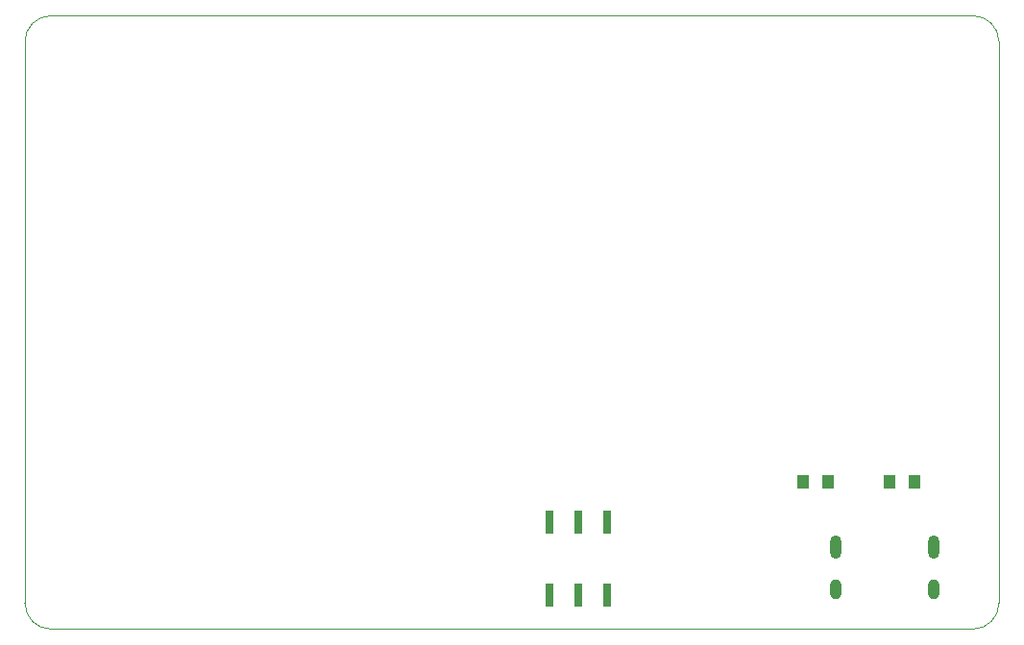
<source format=gbr>
%TF.GenerationSoftware,KiCad,Pcbnew,(6.0.2)*%
%TF.CreationDate,2022-03-14T13:43:41+08:00*%
%TF.ProjectId,game,67616d65-2e6b-4696-9361-645f70636258,0.1*%
%TF.SameCoordinates,Original*%
%TF.FileFunction,Paste,Top*%
%TF.FilePolarity,Positive*%
%FSLAX46Y46*%
G04 Gerber Fmt 4.6, Leading zero omitted, Abs format (unit mm)*
G04 Created by KiCad (PCBNEW (6.0.2)) date 2022-03-14 13:43:41*
%MOMM*%
%LPD*%
G01*
G04 APERTURE LIST*
%TA.AperFunction,Profile*%
%ADD10C,0.100000*%
%TD*%
%ADD11R,1.000000X1.250000*%
%ADD12R,0.800000X2.000000*%
%ADD13O,1.000000X2.100000*%
%ADD14O,1.000000X1.800000*%
G04 APERTURE END LIST*
D10*
X109550200Y-123291600D02*
X190830200Y-123291600D01*
X190830200Y-123291600D02*
G75*
G03*
X193116200Y-121005600I0J2286000D01*
G01*
X193116200Y-71475600D02*
X193116200Y-121005600D01*
X107264200Y-71475600D02*
X107264200Y-121005600D01*
X193116200Y-71475600D02*
G75*
G03*
X190830200Y-69189600I-2286000J0D01*
G01*
X109550200Y-69189600D02*
X190830200Y-69189600D01*
X107264200Y-121005600D02*
G75*
G03*
X109550200Y-123291600I2286000J0D01*
G01*
X109550200Y-69189600D02*
G75*
G03*
X107264200Y-71475600I0J-2286000D01*
G01*
D11*
%TO.C,LED1*%
X185674000Y-110312200D03*
X183474000Y-110312200D03*
%TD*%
%TO.C,LED2*%
X178052600Y-110307200D03*
X175852600Y-110307200D03*
%TD*%
D12*
%TO.C,S4*%
X153532200Y-120293600D03*
X156032200Y-120293600D03*
X158532200Y-120293600D03*
X158532200Y-113893600D03*
X156032200Y-113893600D03*
X153532200Y-113893600D03*
%TD*%
D13*
%TO.C,J2*%
X187375800Y-116061000D03*
X178735800Y-116061000D03*
D14*
X187375800Y-119761000D03*
X178735800Y-119761000D03*
%TD*%
M02*

</source>
